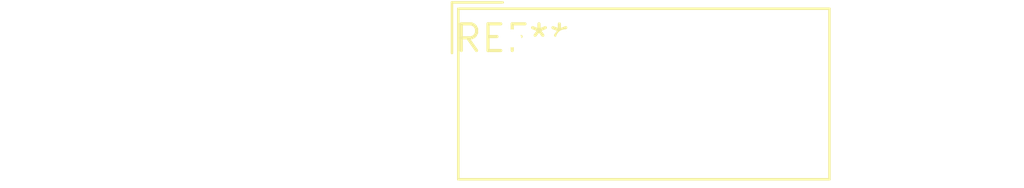
<source format=kicad_pcb>
(kicad_pcb (version 20240108) (generator pcbnew)
  (layers (0 "F.Cu" signal) (31 "B.Cu" signal) (34 "B.Paste" user) (35 "F.Paste" user) (36 "B.SilkS" user "B.Silkscreen") (37 "F.SilkS" user "F.Silkscreen") (38 "B.Mask" user) (39 "F.Mask" user) (44 "Edge.Cuts" user))
  (net 0 "")
  (footprint "Molex_SPOX_5268-06A_1x06_P2.50mm_Horizontal" (layer "F.Cu") (at 0 0)
    (property "Reference" "REF**")
    (property "Value" "Molex_SPOX_5268-06A_1x06_P2.50mm_Horizontal")
    (fp_line (start -2.86 -1.71) (end -0.45 -1.71) (layer "F.SilkS") (stroke (width 0.12)))
    (fp_line (start -2.86 0.7) (end -2.86 -1.71) (layer "F.SilkS") (stroke (width 0.12)))
    (fp_line (start -2.56 -1.41) (end -2.56 6.71) (layer "F.SilkS") (stroke (width 0.12)))
    (fp_line (start -2.56 6.71) (end 15.06 6.71) (layer "F.SilkS") (stroke (width 0.12)))
    (fp_line (start 15.06 -1.41) (end -2.56 -1.41) (layer "F.SilkS") (stroke (width 0.12)))
    (fp_line (start 15.06 6.71) (end 15.06 -1.41) (layer "F.SilkS") (stroke (width 0.12)))
    (pad "1" thru_hole roundrect (at 0 0) (size 1.7 1.85) (drill 0.85) (layers *.Cu *.Mask) (remove_unused_layers) (roundrect_rratio 0.147059))
    (pad "2" thru_hole oval (at 2.5 0) (size 1.7 1.85) (drill 0.85) (layers *.Cu *.Mask) (remove_unused_layers))
    (pad "3" thru_hole oval (at 5 0) (size 1.7 1.85) (drill 0.85) (layers *.Cu *.Mask) (remove_unused_layers))
    (pad "4" thru_hole oval (at 7.5 0) (size 1.7 1.85) (drill 0.85) (layers *.Cu *.Mask) (remove_unused_layers))
    (pad "5" thru_hole oval (at 10 0) (size 1.7 1.85) (drill 0.85) (layers *.Cu *.Mask) (remove_unused_layers))
    (pad "6" thru_hole oval (at 12.5 0) (size 1.7 1.85) (drill 0.85) (layers *.Cu *.Mask) (remove_unused_layers))
  )
)
</source>
